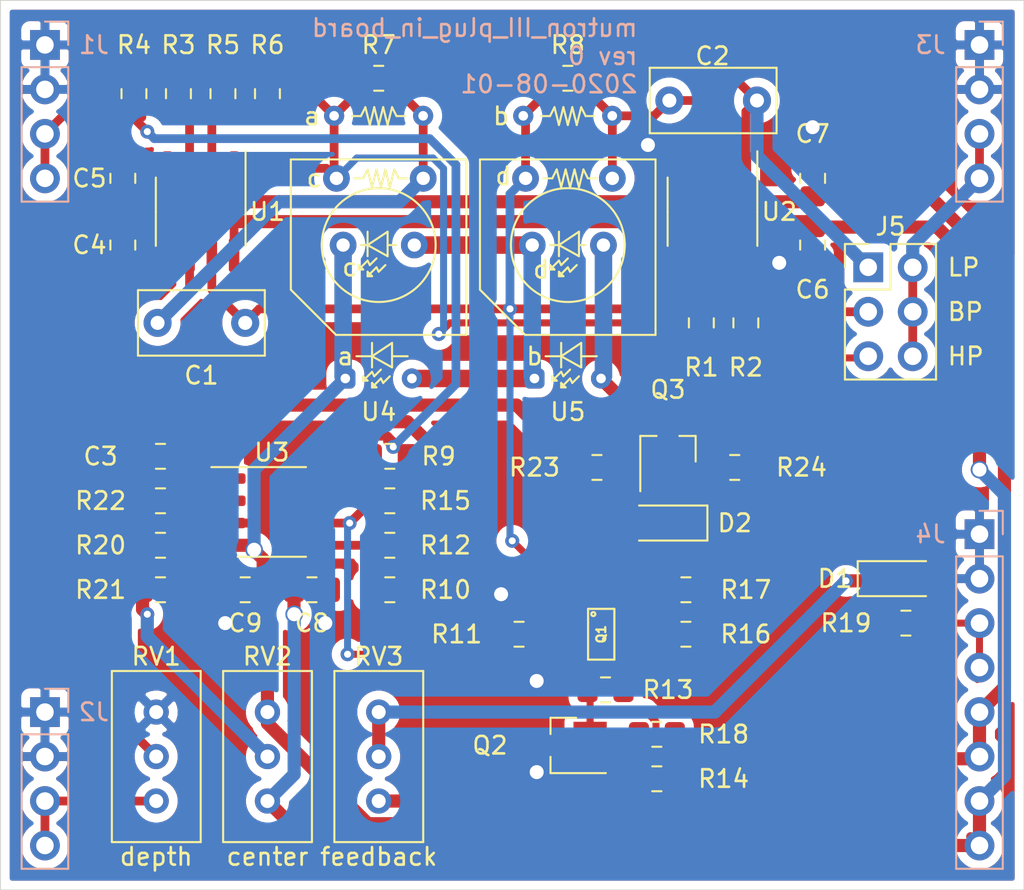
<source format=kicad_pcb>
(kicad_pcb (version 20171130) (host pcbnew 5.1.6-c6e7f7d~87~ubuntu18.04.1)
  (layers (0 F.Cu signal hide) (31 B.Cu signal hide) (34 B.Paste user) (35 F.Paste user) (36 B.SilkS user) (37 F.SilkS user) (38 B.Mask user) (39 F.Mask user) (44 Edge.Cuts user))
  (net 0 "")
  (net 1 "Net-(C1-Pad2)")
  (net 2 "Net-(C2-Pad2)")
  (net 3 GND)
  (net 4 +12V)
  (net 5 -12V)
  (net 6 "Net-(D1-Pad1)")
  (net 7 "Net-(D2-Pad1)")
  (net 8 "Net-(J3-Pad3)")
  (net 9 "Net-(Q2-Pad1)")
  (net 10 "Net-(Q2-Pad2)")
  (net 11 "Net-(R1-Pad2)")
  (net 12 "Net-(R3-Pad1)")
  (net 13 /feedback_VCA/band_pass_FB_in)
  (net 14 /filter_core/low_pass_out)
  (net 15 "Net-(C3-Pad2)")
  (net 16 "Net-(C3-Pad1)")
  (net 17 "Net-(D2-Pad2)")
  (net 18 /CV_scaler/raw_CV_in)
  (net 19 /filter_core/signal_v_in)
  (net 20 /feedback_VCA/feedback_CV_in)
  (net 21 "Net-(J5-Pad3)")
  (net 22 /filter_core/high_pass_out)
  (net 23 "Net-(Q1-Pad6)")
  (net 24 "Net-(Q1-Pad5)")
  (net 25 "Net-(Q1-Pad1)")
  (net 26 "Net-(Q1-Pad3)")
  (net 27 "Net-(Q1-Pad2)")
  (net 28 /filter_core/LED_I_in)
  (net 29 /feedback_VCA/band_pass_FB_out)
  (net 30 "Net-(R5-Pad2)")
  (net 31 "Net-(R20-Pad2)")
  (net 32 "Net-(R21-Pad2)")
  (net 33 "Net-(U4-Pad2)")
  (module mutron_III_plug_in_board:vactrol_dual_footprint (layer F.Cu) (at 121.285 72.39 90)
    (fp_text reference U4 (at -1.905 1.905 180) (layer F.SilkS))
    (fp_text value vactrol)
    (pad 4 thru_hole circle (at 11.43 4.445 90) (size 1.524 1.524) (drill 0.762) (layers *.Cu *.Mask) (net 1 "Net-(C1-Pad2)"))
    (pad 3 thru_hole circle (at 11.43 -0.508 90) (size 1.524 1.524) (drill 0.762) (layers *.Cu *.Mask) (net 22 /filter_core/high_pass_out))
    (pad 2 thru_hole circle (at 7.62 3.937 90) (size 1.524 1.524) (drill 0.762) (layers *.Cu *.Mask) (net 33 "Net-(U4-Pad2)"))
    (pad 1 thru_hole circle (at 7.62 -0.127 90) (size 1.524 1.524) (drill 0.762) (layers *.Cu *.Mask) (net 5 -12V))
    (pad 2 thru_hole circle (at 0 3.8 90) (size 1.15 1.15) (drill 0.55) (layers *.Cu *.Mask) (net 33 "Net-(U4-Pad2)"))
    (pad 4 thru_hole circle (at 15 4.44 90) (size 1.15 1.15) (drill 0.55) (layers *.Cu *.Mask) (net 1 "Net-(C1-Pad2)"))
    (pad 3 thru_hole circle (at 15 -0.64 90) (size 1.15 1.15) (drill 0.55) (layers *.Cu *.Mask) (net 22 /filter_core/high_pass_out))
    (pad 1 thru_hole roundrect (at 0 0 90) (size 1.15 1.15) (drill 0.55) (layers *.Cu *.Mask) (net 5 -12V))
  )
  (module mutron_III_plug_in_board:vactrol_dual_footprint (layer F.Cu) (at 132.08 72.39 90)
    (fp_text reference U5 (at -1.905 1.905 180) (layer F.SilkS))
    (fp_text value vactrol)
    (pad 4 thru_hole circle (at 11.43 4.445 90) (size 1.524 1.524) (drill 0.762) (layers *.Cu *.Mask) (net 2 "Net-(C2-Pad2)"))
    (pad 3 thru_hole circle (at 11.43 -0.508 90) (size 1.524 1.524) (drill 0.762) (layers *.Cu *.Mask) (net 13 /feedback_VCA/band_pass_FB_in))
    (pad 2 thru_hole circle (at 7.62 3.937 90) (size 1.524 1.524) (drill 0.762) (layers *.Cu *.Mask) (net 28 /filter_core/LED_I_in))
    (pad 1 thru_hole circle (at 7.62 -0.127 90) (size 1.524 1.524) (drill 0.762) (layers *.Cu *.Mask) (net 33 "Net-(U4-Pad2)"))
    (pad 2 thru_hole circle (at 0 3.8 90) (size 1.15 1.15) (drill 0.55) (layers *.Cu *.Mask) (net 28 /filter_core/LED_I_in))
    (pad 4 thru_hole circle (at 15 4.44 90) (size 1.15 1.15) (drill 0.55) (layers *.Cu *.Mask) (net 2 "Net-(C2-Pad2)"))
    (pad 3 thru_hole circle (at 15 -0.64 90) (size 1.15 1.15) (drill 0.55) (layers *.Cu *.Mask) (net 13 /feedback_VCA/band_pass_FB_in))
    (pad 1 thru_hole roundrect (at 0 0 90) (size 1.15 1.15) (drill 0.55) (layers *.Cu *.Mask) (net 33 "Net-(U4-Pad2)"))
  )
  (module Package_SO:SOIC-8_3.9x4.9mm_P1.27mm (layer F.Cu) (at 117.09 80.01)
    (fp_text reference U3 (at 0 -3.4) (layer F.SilkS))
    (fp_text value TL072)
    (pad 8 smd roundrect (at 2.475 -1.905) (size 1.95 0.6) (layers F.Cu F.Paste F.Mask) (net 4 +12V))
    (pad 7 smd roundrect (at 2.475 -0.635) (size 1.95 0.6) (layers F.Cu F.Paste F.Mask) (net 29 /feedback_VCA/band_pass_FB_out))
    (pad 6 smd roundrect (at 2.475 0.635) (size 1.95 0.6) (layers F.Cu F.Paste F.Mask) (net 26 "Net-(Q1-Pad3)"))
    (pad 5 smd roundrect (at 2.475 1.905) (size 1.95 0.6) (layers F.Cu F.Paste F.Mask) (net 23 "Net-(Q1-Pad6)"))
    (pad 4 smd roundrect (at -2.475 1.905) (size 1.95 0.6) (layers F.Cu F.Paste F.Mask) (net 5 -12V))
    (pad 3 smd roundrect (at -2.475 0.635) (size 1.95 0.6) (layers F.Cu F.Paste F.Mask) (net 3 GND))
    (pad 2 smd roundrect (at -2.475 -0.635) (size 1.95 0.6) (layers F.Cu F.Paste F.Mask) (net 15 "Net-(C3-Pad2)"))
    (pad 1 smd roundrect (at -2.475 -1.905) (size 1.95 0.6) (layers F.Cu F.Paste F.Mask) (net 16 "Net-(C3-Pad1)"))
  )
  (module Package_SO:SOIC-8_3.9x4.9mm_P1.27mm (layer F.Cu) (at 142.24 62.865 270)
    (fp_text reference U2 (at 0 -3.81 180) (layer F.SilkS))
    (fp_text value RC4558)
    (pad 8 smd roundrect (at 2.475 -1.905 270) (size 1.95 0.6) (layers F.Cu F.Paste F.Mask) (net 4 +12V))
    (pad 7 smd roundrect (at 2.475 -0.635 270) (size 1.95 0.6) (layers F.Cu F.Paste F.Mask) (net 21 "Net-(J5-Pad3)"))
    (pad 6 smd roundrect (at 2.475 0.635 270) (size 1.95 0.6) (layers F.Cu F.Paste F.Mask) (net 11 "Net-(R1-Pad2)"))
    (pad 5 smd roundrect (at 2.475 1.905 270) (size 1.95 0.6) (layers F.Cu F.Paste F.Mask) (net 13 /feedback_VCA/band_pass_FB_in))
    (pad 4 smd roundrect (at -2.475 1.905 270) (size 1.95 0.6) (layers F.Cu F.Paste F.Mask) (net 5 -12V))
    (pad 3 smd roundrect (at -2.475 0.635 270) (size 1.95 0.6) (layers F.Cu F.Paste F.Mask) (net 3 GND))
    (pad 2 smd roundrect (at -2.475 -0.635 270) (size 1.95 0.6) (layers F.Cu F.Paste F.Mask) (net 2 "Net-(C2-Pad2)"))
    (pad 1 smd roundrect (at -2.475 -1.905 270) (size 1.95 0.6) (layers F.Cu F.Paste F.Mask) (net 14 /filter_core/low_pass_out))
  )
  (module Package_SO:SOIC-8_3.9x4.9mm_P1.27mm (layer F.Cu) (at 113.03 62.865 270)
    (fp_text reference U1 (at 0 -3.81 180) (layer F.SilkS))
    (fp_text value RC4558)
    (pad 8 smd roundrect (at 2.475 -1.905 270) (size 1.95 0.6) (layers F.Cu F.Paste F.Mask) (net 4 +12V))
    (pad 7 smd roundrect (at 2.475 -0.635 270) (size 1.95 0.6) (layers F.Cu F.Paste F.Mask) (net 13 /feedback_VCA/band_pass_FB_in))
    (pad 6 smd roundrect (at 2.475 0.635 270) (size 1.95 0.6) (layers F.Cu F.Paste F.Mask) (net 1 "Net-(C1-Pad2)"))
    (pad 5 smd roundrect (at 2.475 1.905 270) (size 1.95 0.6) (layers F.Cu F.Paste F.Mask) (net 3 GND))
    (pad 4 smd roundrect (at -2.475 1.905 270) (size 1.95 0.6) (layers F.Cu F.Paste F.Mask) (net 5 -12V))
    (pad 3 smd roundrect (at -2.475 0.635 270) (size 1.95 0.6) (layers F.Cu F.Paste F.Mask) (net 12 "Net-(R3-Pad1)"))
    (pad 2 smd roundrect (at -2.475 -0.635 270) (size 1.95 0.6) (layers F.Cu F.Paste F.Mask) (net 30 "Net-(R5-Pad2)"))
    (pad 1 smd roundrect (at -2.475 -1.905 270) (size 1.95 0.6) (layers F.Cu F.Paste F.Mask) (net 22 /filter_core/high_pass_out))
  )
  (module Potentiometer_THT:Potentiometer_Bourns_3296W_Vertical (layer F.Cu) (at 116.84 91.44 90)
    (fp_text reference RV2 (at 3.175 0 180) (layer F.SilkS))
    (fp_text value 100k)
    (pad 3 thru_hole circle (at -5.08 0 90) (size 1.44 1.44) (drill 0.8) (layers *.Cu *.Mask) (net 4 +12V))
    (pad 2 thru_hole circle (at -2.54 0 90) (size 1.44 1.44) (drill 0.8) (layers *.Cu *.Mask) (net 32 "Net-(R21-Pad2)"))
    (pad 1 thru_hole circle (at 0 0 90) (size 1.44 1.44) (drill 0.8) (layers *.Cu *.Mask) (net 5 -12V))
  )
  (module Potentiometer_THT:Potentiometer_Bourns_3296W_Vertical (layer F.Cu) (at 110.49 91.44 90)
    (fp_text reference RV1 (at 3.175 0 180) (layer F.SilkS))
    (fp_text value 10k)
    (pad 3 thru_hole circle (at -5.08 0 90) (size 1.44 1.44) (drill 0.8) (layers *.Cu *.Mask) (net 18 /CV_scaler/raw_CV_in))
    (pad 2 thru_hole circle (at -2.54 0 90) (size 1.44 1.44) (drill 0.8) (layers *.Cu *.Mask) (net 31 "Net-(R20-Pad2)"))
    (pad 1 thru_hole circle (at 0 0 90) (size 1.44 1.44) (drill 0.8) (layers *.Cu *.Mask) (net 3 GND))
  )
  (module Potentiometer_THT:Potentiometer_Bourns_3296W_Vertical (layer F.Cu) (at 123.19 91.44 90)
    (fp_text reference RV3 (at 3.175 0 180) (layer F.SilkS))
    (fp_text value 100k)
    (pad 3 thru_hole circle (at -5.08 0 90) (size 1.44 1.44) (drill 0.8) (layers *.Cu *.Mask) (net 9 "Net-(Q2-Pad1)"))
    (pad 2 thru_hole circle (at -2.54 0 90) (size 1.44 1.44) (drill 0.8) (layers *.Cu *.Mask) (net 6 "Net-(D1-Pad1)"))
    (pad 1 thru_hole circle (at 0 0 90) (size 1.44 1.44) (drill 0.8) (layers *.Cu *.Mask) (net 6 "Net-(D1-Pad1)"))
  )
  (module Resistor_SMD:R_0805_2012Metric_Pad1.15x1.40mm_HandSolder (layer F.Cu) (at 143.51 77.47 180)
    (fp_text reference R24 (at -3.81 0) (layer F.SilkS))
    (fp_text value 100)
    (pad 2 smd roundrect (at 1.025 0 180) (size 1.15 1.4) (layers F.Cu F.Paste F.Mask) (roundrect_rratio 0.217391) (net 7 "Net-(D2-Pad1)"))
    (pad 1 smd roundrect (at -1.025 0 180) (size 1.15 1.4) (layers F.Cu F.Paste F.Mask) (roundrect_rratio 0.217391) (net 3 GND))
  )
  (module Resistor_SMD:R_0805_2012Metric_Pad1.15x1.40mm_HandSolder (layer F.Cu) (at 135.645 77.47 180)
    (fp_text reference R23 (at 3.565 0) (layer F.SilkS))
    (fp_text value 10k)
    (pad 2 smd roundrect (at 1.025 0 180) (size 1.15 1.4) (layers F.Cu F.Paste F.Mask) (roundrect_rratio 0.217391) (net 16 "Net-(C3-Pad1)"))
    (pad 1 smd roundrect (at -1.025 0 180) (size 1.15 1.4) (layers F.Cu F.Paste F.Mask) (roundrect_rratio 0.217391) (net 17 "Net-(D2-Pad2)"))
  )
  (module Resistor_SMD:R_0805_2012Metric_Pad1.15x1.40mm_HandSolder (layer F.Cu) (at 110.735 79.375)
    (fp_text reference R22 (at -3.42 0) (layer F.SilkS))
    (fp_text value 100k)
    (pad 2 smd roundrect (at 1.025 0) (size 1.15 1.4) (layers F.Cu F.Paste F.Mask) (roundrect_rratio 0.217391) (net 15 "Net-(C3-Pad2)"))
    (pad 1 smd roundrect (at -1.025 0) (size 1.15 1.4) (layers F.Cu F.Paste F.Mask) (roundrect_rratio 0.217391) (net 16 "Net-(C3-Pad1)"))
  )
  (module Resistor_SMD:R_0805_2012Metric_Pad1.15x1.40mm_HandSolder (layer F.Cu) (at 110.735 84.455 180)
    (fp_text reference R21 (at 3.42 0) (layer F.SilkS))
    (fp_text value 1M)
    (pad 2 smd roundrect (at 1.025 0 180) (size 1.15 1.4) (layers F.Cu F.Paste F.Mask) (roundrect_rratio 0.217391) (net 32 "Net-(R21-Pad2)"))
    (pad 1 smd roundrect (at -1.025 0 180) (size 1.15 1.4) (layers F.Cu F.Paste F.Mask) (roundrect_rratio 0.217391) (net 15 "Net-(C3-Pad2)"))
  )
  (module Resistor_SMD:R_0805_2012Metric_Pad1.15x1.40mm_HandSolder (layer F.Cu) (at 110.735 81.915 180)
    (fp_text reference R20 (at 3.42 0) (layer F.SilkS))
    (fp_text value 100k)
    (pad 2 smd roundrect (at 1.025 0 180) (size 1.15 1.4) (layers F.Cu F.Paste F.Mask) (roundrect_rratio 0.217391) (net 31 "Net-(R20-Pad2)"))
    (pad 1 smd roundrect (at -1.025 0 180) (size 1.15 1.4) (layers F.Cu F.Paste F.Mask) (roundrect_rratio 0.217391) (net 15 "Net-(C3-Pad2)"))
  )
  (module Resistor_SMD:R_0805_2012Metric_Pad1.15x1.40mm_HandSolder (layer F.Cu) (at 153.28 86.36 180)
    (fp_text reference R19 (at 3.42 0) (layer F.SilkS))
    (fp_text value 7k5)
    (pad 2 smd roundrect (at 1.025 0 180) (size 1.15 1.4) (layers F.Cu F.Paste F.Mask) (roundrect_rratio 0.217391) (net 6 "Net-(D1-Pad1)"))
    (pad 1 smd roundrect (at -1.025 0 180) (size 1.15 1.4) (layers F.Cu F.Paste F.Mask) (roundrect_rratio 0.217391) (net 20 /feedback_VCA/feedback_CV_in))
  )
  (module Resistor_SMD:R_0805_2012Metric_Pad1.15x1.40mm_HandSolder (layer F.Cu) (at 139.065 92.71)
    (fp_text reference R18 (at 3.81 0) (layer F.SilkS))
    (fp_text value 220k)
    (pad 2 smd roundrect (at 1.025 0) (size 1.15 1.4) (layers F.Cu F.Paste F.Mask) (roundrect_rratio 0.217391) (net 5 -12V))
    (pad 1 smd roundrect (at -1.025 0) (size 1.15 1.4) (layers F.Cu F.Paste F.Mask) (roundrect_rratio 0.217391) (net 9 "Net-(Q2-Pad1)"))
  )
  (module Resistor_SMD:R_0805_2012Metric_Pad1.15x1.40mm_HandSolder (layer F.Cu) (at 140.725 84.455)
    (fp_text reference R17 (at 3.42 0) (layer F.SilkS))
    (fp_text value 33k)
    (pad 2 smd roundrect (at 1.025 0) (size 1.15 1.4) (layers F.Cu F.Paste F.Mask) (roundrect_rratio 0.217391) (net 13 /feedback_VCA/band_pass_FB_in))
    (pad 1 smd roundrect (at -1.025 0) (size 1.15 1.4) (layers F.Cu F.Paste F.Mask) (roundrect_rratio 0.217391) (net 24 "Net-(Q1-Pad5)"))
  )
  (module Resistor_SMD:R_0805_2012Metric_Pad1.15x1.40mm_HandSolder (layer F.Cu) (at 140.725 86.995 180)
    (fp_text reference R16 (at -3.42 0) (layer F.SilkS))
    (fp_text value 220)
    (pad 2 smd roundrect (at 1.025 0 180) (size 1.15 1.4) (layers F.Cu F.Paste F.Mask) (roundrect_rratio 0.217391) (net 24 "Net-(Q1-Pad5)"))
    (pad 1 smd roundrect (at -1.025 0 180) (size 1.15 1.4) (layers F.Cu F.Paste F.Mask) (roundrect_rratio 0.217391) (net 3 GND))
  )
  (module Resistor_SMD:R_0805_2012Metric_Pad1.15x1.40mm_HandSolder (layer F.Cu) (at 123.825 79.375)
    (fp_text reference R15 (at 3.175 0) (layer F.SilkS))
    (fp_text value 47k)
    (pad 2 smd roundrect (at 1.025 0) (size 1.15 1.4) (layers F.Cu F.Paste F.Mask) (roundrect_rratio 0.217391) (net 4 +12V))
    (pad 1 smd roundrect (at -1.025 0) (size 1.15 1.4) (layers F.Cu F.Paste F.Mask) (roundrect_rratio 0.217391) (net 26 "Net-(Q1-Pad3)"))
  )
  (module Resistor_SMD:R_0805_2012Metric_Pad1.15x1.40mm_HandSolder (layer F.Cu) (at 139.065 95.25 180)
    (fp_text reference R14 (at -3.81 0) (layer F.SilkS))
    (fp_text value 15k)
    (pad 2 smd roundrect (at 1.025 0 180) (size 1.15 1.4) (layers F.Cu F.Paste F.Mask) (roundrect_rratio 0.217391) (net 10 "Net-(Q2-Pad2)"))
    (pad 1 smd roundrect (at -1.025 0 180) (size 1.15 1.4) (layers F.Cu F.Paste F.Mask) (roundrect_rratio 0.217391) (net 5 -12V))
  )
  (module Resistor_SMD:R_0805_2012Metric_Pad1.15x1.40mm_HandSolder (layer F.Cu) (at 136.135 90.17)
    (fp_text reference R13 (at 3.565 0) (layer F.SilkS))
    (fp_text value 15k)
    (pad 2 smd roundrect (at 1.025 0) (size 1.15 1.4) (layers F.Cu F.Paste F.Mask) (roundrect_rratio 0.217391) (net 25 "Net-(Q1-Pad1)"))
    (pad 1 smd roundrect (at -1.025 0) (size 1.15 1.4) (layers F.Cu F.Paste F.Mask) (roundrect_rratio 0.217391) (net 10 "Net-(Q2-Pad2)"))
  )
  (module Resistor_SMD:R_0805_2012Metric_Pad1.15x1.40mm_HandSolder (layer F.Cu) (at 123.825 81.915)
    (fp_text reference R12 (at 3.175 0) (layer F.SilkS))
    (fp_text value 47k)
    (pad 2 smd roundrect (at 1.025 0) (size 1.15 1.4) (layers F.Cu F.Paste F.Mask) (roundrect_rratio 0.217391) (net 4 +12V))
    (pad 1 smd roundrect (at -1.025 0) (size 1.15 1.4) (layers F.Cu F.Paste F.Mask) (roundrect_rratio 0.217391) (net 23 "Net-(Q1-Pad6)"))
  )
  (module Resistor_SMD:R_0805_2012Metric_Pad1.15x1.40mm_HandSolder (layer F.Cu) (at 131.2 86.995)
    (fp_text reference R11 (at -3.565 0) (layer F.SilkS))
    (fp_text value 220)
    (pad 2 smd roundrect (at 1.025 0) (size 1.15 1.4) (layers F.Cu F.Paste F.Mask) (roundrect_rratio 0.217391) (net 27 "Net-(Q1-Pad2)"))
    (pad 1 smd roundrect (at -1.025 0) (size 1.15 1.4) (layers F.Cu F.Paste F.Mask) (roundrect_rratio 0.217391) (net 3 GND))
  )
  (module Resistor_SMD:R_0805_2012Metric_Pad1.15x1.40mm_HandSolder (layer F.Cu) (at 123.825 84.455 180)
    (fp_text reference R10 (at -3.175 0) (layer F.SilkS))
    (fp_text value 220k)
    (pad 2 smd roundrect (at 1.025 0 180) (size 1.15 1.4) (layers F.Cu F.Paste F.Mask) (roundrect_rratio 0.217391) (net 23 "Net-(Q1-Pad6)"))
    (pad 1 smd roundrect (at -1.025 0 180) (size 1.15 1.4) (layers F.Cu F.Paste F.Mask) (roundrect_rratio 0.217391) (net 3 GND))
  )
  (module Resistor_SMD:R_0805_2012Metric_Pad1.15x1.40mm_HandSolder (layer F.Cu) (at 123.825 76.835 180)
    (fp_text reference R9 (at -2.785 0) (layer F.SilkS))
    (fp_text value 220k)
    (pad 2 smd roundrect (at 1.025 0 180) (size 1.15 1.4) (layers F.Cu F.Paste F.Mask) (roundrect_rratio 0.217391) (net 26 "Net-(Q1-Pad3)"))
    (pad 1 smd roundrect (at -1.025 0 180) (size 1.15 1.4) (layers F.Cu F.Paste F.Mask) (roundrect_rratio 0.217391) (net 29 /feedback_VCA/band_pass_FB_out))
  )
  (module Resistor_SMD:R_0805_2012Metric_Pad1.15x1.40mm_HandSolder (layer F.Cu) (at 133.985 55.245 180)
    (fp_text reference R8 (at 0 1.905) (layer F.SilkS))
    (fp_text value 680k)
    (pad 2 smd roundrect (at 1.025 0 180) (size 1.15 1.4) (layers F.Cu F.Paste F.Mask) (roundrect_rratio 0.217391) (net 13 /feedback_VCA/band_pass_FB_in))
    (pad 1 smd roundrect (at -1.025 0 180) (size 1.15 1.4) (layers F.Cu F.Paste F.Mask) (roundrect_rratio 0.217391) (net 2 "Net-(C2-Pad2)"))
  )
  (module Resistor_SMD:R_0805_2012Metric_Pad1.15x1.40mm_HandSolder (layer F.Cu) (at 123.19 55.245 180)
    (fp_text reference R7 (at 0 1.905) (layer F.SilkS))
    (fp_text value 680k)
    (pad 2 smd roundrect (at 1.025 0 180) (size 1.15 1.4) (layers F.Cu F.Paste F.Mask) (roundrect_rratio 0.217391) (net 22 /filter_core/high_pass_out))
    (pad 1 smd roundrect (at -1.025 0 180) (size 1.15 1.4) (layers F.Cu F.Paste F.Mask) (roundrect_rratio 0.217391) (net 1 "Net-(C1-Pad2)"))
  )
  (module Resistor_SMD:R_0805_2012Metric_Pad1.15x1.40mm_HandSolder (layer F.Cu) (at 116.84 56.125 270)
    (fp_text reference R6 (at -2.785 0 180) (layer F.SilkS))
    (fp_text value 22k)
    (pad 2 smd roundrect (at 1.025 0 270) (size 1.15 1.4) (layers F.Cu F.Paste F.Mask) (roundrect_rratio 0.217391) (net 30 "Net-(R5-Pad2)"))
    (pad 1 smd roundrect (at -1.025 0 270) (size 1.15 1.4) (layers F.Cu F.Paste F.Mask) (roundrect_rratio 0.217391) (net 22 /filter_core/high_pass_out))
  )
  (module Resistor_SMD:R_0805_2012Metric_Pad1.15x1.40mm_HandSolder (layer F.Cu) (at 114.3 56.125 270)
    (fp_text reference R5 (at -2.785 0 180) (layer F.SilkS))
    (fp_text value 22k)
    (pad 2 smd roundrect (at 1.025 0 270) (size 1.15 1.4) (layers F.Cu F.Paste F.Mask) (roundrect_rratio 0.217391) (net 30 "Net-(R5-Pad2)"))
    (pad 1 smd roundrect (at -1.025 0 270) (size 1.15 1.4) (layers F.Cu F.Paste F.Mask) (roundrect_rratio 0.217391) (net 14 /filter_core/low_pass_out))
  )
  (module Resistor_SMD:R_0805_2012Metric_Pad1.15x1.40mm_HandSolder (layer F.Cu) (at 109.22 56.125 270)
    (fp_text reference R4 (at -2.785 0 180) (layer F.SilkS))
    (fp_text value 10k)
    (pad 2 smd roundrect (at 1.025 0 270) (size 1.15 1.4) (layers F.Cu F.Paste F.Mask) (roundrect_rratio 0.217391) (net 29 /feedback_VCA/band_pass_FB_out))
    (pad 1 smd roundrect (at -1.025 0 270) (size 1.15 1.4) (layers F.Cu F.Paste F.Mask) (roundrect_rratio 0.217391) (net 12 "Net-(R3-Pad1)"))
  )
  (module Resistor_SMD:R_0805_2012Metric_Pad1.15x1.40mm_HandSolder (layer F.Cu) (at 111.76 56.125 90)
    (fp_text reference R3 (at 2.785 0 180) (layer F.SilkS))
    (fp_text value 10k)
    (pad 2 smd roundrect (at 1.025 0 90) (size 1.15 1.4) (layers F.Cu F.Paste F.Mask) (roundrect_rratio 0.217391) (net 19 /filter_core/signal_v_in))
    (pad 1 smd roundrect (at -1.025 0 90) (size 1.15 1.4) (layers F.Cu F.Paste F.Mask) (roundrect_rratio 0.217391) (net 12 "Net-(R3-Pad1)"))
  )
  (module Resistor_SMD:R_0805_2012Metric_Pad1.15x1.40mm_HandSolder (layer F.Cu) (at 144.145 69.215 90)
    (fp_text reference R2 (at -2.54 0 180) (layer F.SilkS))
    (fp_text value 100k)
    (pad 2 smd roundrect (at 1.025 0 90) (size 1.15 1.4) (layers F.Cu F.Paste F.Mask) (roundrect_rratio 0.217391) (net 11 "Net-(R1-Pad2)"))
    (pad 1 smd roundrect (at -1.025 0 90) (size 1.15 1.4) (layers F.Cu F.Paste F.Mask) (roundrect_rratio 0.217391) (net 21 "Net-(J5-Pad3)"))
  )
  (module Resistor_SMD:R_0805_2012Metric_Pad1.15x1.40mm_HandSolder (layer F.Cu) (at 141.605 69.215 90)
    (fp_text reference R1 (at -2.54 0 180) (layer F.SilkS))
    (fp_text value 51k)
    (pad 2 smd roundrect (at 1.025 0 90) (size 1.15 1.4) (layers F.Cu F.Paste F.Mask) (roundrect_rratio 0.217391) (net 11 "Net-(R1-Pad2)"))
    (pad 1 smd roundrect (at -1.025 0 90) (size 1.15 1.4) (layers F.Cu F.Paste F.Mask) (roundrect_rratio 0.217391) (net 3 GND))
  )
  (module Package_TO_SOT_SMD:SOT-23_Handsoldering (layer F.Cu) (at 139.7 76.43 90)
    (fp_text reference Q3 (at 3.405 0 180) (layer F.SilkS))
    (fp_text value MMBT3906)
    (pad 3 smd rect (at 1.5 0 90) (size 1.9 0.8) (layers F.Cu F.Paste F.Mask) (net 28 /filter_core/LED_I_in))
    (pad 2 smd rect (at -1.5 0.95 90) (size 1.9 0.8) (layers F.Cu F.Paste F.Mask) (net 7 "Net-(D2-Pad1)"))
    (pad 1 smd rect (at -1.5 -0.95 90) (size 1.9 0.8) (layers F.Cu F.Paste F.Mask) (net 17 "Net-(D2-Pad2)"))
  )
  (module Package_TO_SOT_SMD:SOT-23_Handsoldering (layer F.Cu) (at 133.755 93.345 180)
    (fp_text reference Q2 (at 4.215 0) (layer F.SilkS))
    (fp_text value MMBT3904)
    (pad 3 smd rect (at 1.5 0 180) (size 1.9 0.8) (layers F.Cu F.Paste F.Mask) (net 3 GND))
    (pad 2 smd rect (at -1.5 0.95 180) (size 1.9 0.8) (layers F.Cu F.Paste F.Mask) (net 10 "Net-(Q2-Pad2)"))
    (pad 1 smd rect (at -1.5 -0.95 180) (size 1.9 0.8) (layers F.Cu F.Paste F.Mask) (net 9 "Net-(Q2-Pad1)"))
  )
  (module mutron_III_plug_in_board:SOT457 (layer F.Cu) (at 135.89 86.995 270)
    (fp_text reference Q1 (at 0 0 90) (layer F.SilkS) (effects (font (size 0.508 0.508) (thickness 0.127))))
    (fp_text value BCM847 hide)
    (pad 6 smd rect (at -0.95 -1.45 270) (size 0.55 1.5) (layers F.Cu F.Paste F.Mask) (net 23 "Net-(Q1-Pad6)"))
    (pad 5 smd rect (at 0 -1.45 270) (size 0.55 1.5) (layers F.Cu F.Paste F.Mask) (net 24 "Net-(Q1-Pad5)"))
    (pad 4 smd rect (at 0.95 -1.45 270) (size 0.55 1.5) (layers F.Cu F.Paste F.Mask) (net 25 "Net-(Q1-Pad1)"))
    (pad 3 smd rect (at 0.95 1.45 270) (size 0.55 1.5) (layers F.Cu F.Paste F.Mask) (net 26 "Net-(Q1-Pad3)"))
    (pad 2 smd rect (at 0 1.45 270) (size 0.55 1.5) (layers F.Cu F.Paste F.Mask) (net 27 "Net-(Q1-Pad2)"))
    (pad 1 smd rect (at -0.95 1.45 270) (size 0.55 1.5) (layers F.Cu F.Paste F.Mask) (net 25 "Net-(Q1-Pad1)"))
  )
  (module Connector_PinHeader_2.54mm:PinHeader_2x03_P2.54mm_Vertical (layer F.Cu) (at 151.13 66.04)
    (fp_text reference J5 (at 1.27 -2.33) (layer F.SilkS))
    (fp_text value mode_select_jumper)
    (pad 6 thru_hole oval (at 2.54 5.08) (size 1.7 1.7) (drill 1) (layers *.Cu *.Mask) (net 8 "Net-(J3-Pad3)"))
    (pad 5 thru_hole oval (at 0 5.08) (size 1.7 1.7) (drill 1) (layers *.Cu *.Mask) (net 22 /filter_core/high_pass_out))
    (pad 4 thru_hole oval (at 2.54 2.54) (size 1.7 1.7) (drill 1) (layers *.Cu *.Mask) (net 8 "Net-(J3-Pad3)"))
    (pad 3 thru_hole oval (at 0 2.54) (size 1.7 1.7) (drill 1) (layers *.Cu *.Mask) (net 21 "Net-(J5-Pad3)"))
    (pad 2 thru_hole oval (at 2.54 0) (size 1.7 1.7) (drill 1) (layers *.Cu *.Mask) (net 8 "Net-(J3-Pad3)"))
    (pad 1 thru_hole rect (at 0 0) (size 1.7 1.7) (drill 1) (layers *.Cu *.Mask) (net 14 /filter_core/low_pass_out))
  )
  (module Diode_SMD:D_SOD-123 (layer F.Cu) (at 139.7 80.645 180)
    (fp_text reference D2 (at -3.81 0) (layer F.SilkS))
    (fp_text value 1N914)
    (pad 2 smd rect (at 1.65 0 180) (size 0.9 1.2) (layers F.Cu F.Paste F.Mask) (net 17 "Net-(D2-Pad2)"))
    (pad 1 smd rect (at -1.65 0 180) (size 0.9 1.2) (layers F.Cu F.Paste F.Mask) (net 7 "Net-(D2-Pad1)"))
  )
  (module Diode_SMD:D_SOD-123 (layer F.Cu) (at 152.78 83.82)
    (fp_text reference D1 (at -3.555 0) (layer F.SilkS))
    (fp_text value 1N5225B)
    (pad 2 smd rect (at 1.65 0) (size 0.9 1.2) (layers F.Cu F.Paste F.Mask) (net 3 GND))
    (pad 1 smd rect (at -1.65 0) (size 0.9 1.2) (layers F.Cu F.Paste F.Mask) (net 6 "Net-(D1-Pad1)"))
  )
  (module Capacitor_SMD:C_0805_2012Metric_Pad1.15x1.40mm_HandSolder (layer F.Cu) (at 115.57 84.455)
    (fp_text reference C9 (at 0 1.905) (layer F.SilkS))
    (fp_text value 100nF)
    (pad 2 smd roundrect (at 1.025 0) (size 1.15 1.4) (layers F.Cu F.Paste F.Mask) (roundrect_rratio 0.217391) (net 5 -12V))
    (pad 1 smd roundrect (at -1.025 0) (size 1.15 1.4) (layers F.Cu F.Paste F.Mask) (roundrect_rratio 0.217391) (net 3 GND))
  )
  (module Capacitor_SMD:C_0805_2012Metric_Pad1.15x1.40mm_HandSolder (layer F.Cu) (at 119.38 84.455)
    (fp_text reference C8 (at 0 1.905) (layer F.SilkS))
    (fp_text value 100nF)
    (pad 2 smd roundrect (at 1.025 0) (size 1.15 1.4) (layers F.Cu F.Paste F.Mask) (roundrect_rratio 0.217391) (net 3 GND))
    (pad 1 smd roundrect (at -1.025 0) (size 1.15 1.4) (layers F.Cu F.Paste F.Mask) (roundrect_rratio 0.217391) (net 4 +12V))
  )
  (module Capacitor_SMD:C_0805_2012Metric_Pad1.15x1.40mm_HandSolder (layer F.Cu) (at 147.955 60.96 270)
    (fp_text reference C7 (at -2.54 0 180) (layer F.SilkS))
    (fp_text value 100nF)
    (pad 2 smd roundrect (at 1.025 0 270) (size 1.15 1.4) (layers F.Cu F.Paste F.Mask) (roundrect_rratio 0.217391) (net 5 -12V))
    (pad 1 smd roundrect (at -1.025 0 270) (size 1.15 1.4) (layers F.Cu F.Paste F.Mask) (roundrect_rratio 0.217391) (net 3 GND))
  )
  (module Capacitor_SMD:C_0805_2012Metric_Pad1.15x1.40mm_HandSolder (layer F.Cu) (at 147.955 64.77 270)
    (fp_text reference C6 (at 2.54 0 180) (layer F.SilkS))
    (fp_text value 100nF)
    (pad 2 smd roundrect (at 1.025 0 270) (size 1.15 1.4) (layers F.Cu F.Paste F.Mask) (roundrect_rratio 0.217391) (net 3 GND))
    (pad 1 smd roundrect (at -1.025 0 270) (size 1.15 1.4) (layers F.Cu F.Paste F.Mask) (roundrect_rratio 0.217391) (net 4 +12V))
  )
  (module Capacitor_SMD:C_0805_2012Metric_Pad1.15x1.40mm_HandSolder (layer F.Cu) (at 108.585 60.96 270)
    (fp_text reference C5 (at 0 1.905 180) (layer F.SilkS))
    (fp_text value 100nF)
    (pad 2 smd roundrect (at 1.025 0 270) (size 1.15 1.4) (layers F.Cu F.Paste F.Mask) (roundrect_rratio 0.217391) (net 5 -12V))
    (pad 1 smd roundrect (at -1.025 0 270) (size 1.15 1.4) (layers F.Cu F.Paste F.Mask) (roundrect_rratio 0.217391) (net 3 GND))
  )
  (module Capacitor_SMD:C_0805_2012Metric_Pad1.15x1.40mm_HandSolder (layer F.Cu) (at 108.585 64.77 270)
    (fp_text reference C4 (at 0 1.905 180) (layer F.SilkS))
    (fp_text value 100nF)
    (pad 2 smd roundrect (at 1.025 0 270) (size 1.15 1.4) (layers F.Cu F.Paste F.Mask) (roundrect_rratio 0.217391) (net 3 GND))
    (pad 1 smd roundrect (at -1.025 0 270) (size 1.15 1.4) (layers F.Cu F.Paste F.Mask) (roundrect_rratio 0.217391) (net 4 +12V))
  )
  (module Capacitor_SMD:C_0805_2012Metric_Pad1.15x1.40mm_HandSolder (layer F.Cu) (at 110.735 76.835)
    (fp_text reference C3 (at -3.42 0) (layer F.SilkS))
    (fp_text value 100pF)
    (pad 2 smd roundrect (at 1.025 0) (size 1.15 1.4) (layers F.Cu F.Paste F.Mask) (roundrect_rratio 0.217391) (net 15 "Net-(C3-Pad2)"))
    (pad 1 smd roundrect (at -1.025 0) (size 1.15 1.4) (layers F.Cu F.Paste F.Mask) (roundrect_rratio 0.217391) (net 16 "Net-(C3-Pad1)"))
  )
  (module Capacitor_THT:C_Rect_L7.0mm_W3.5mm_P5.00mm (layer F.Cu) (at 144.78 56.515 180)
    (fp_text reference C2 (at 2.54 2.54) (layer F.SilkS))
    (fp_text value 47nF)
    (pad 2 thru_hole circle (at 5 0 180) (size 1.6 1.6) (drill 0.8) (layers *.Cu *.Mask) (net 2 "Net-(C2-Pad2)"))
    (pad 1 thru_hole circle (at 0 0 180) (size 1.6 1.6) (drill 0.8) (layers *.Cu *.Mask) (net 14 /filter_core/low_pass_out))
  )
  (module Capacitor_THT:C_Rect_L7.0mm_W3.5mm_P5.00mm (layer F.Cu) (at 115.57 69.215 180)
    (fp_text reference C1 (at 2.5 -3) (layer F.SilkS))
    (fp_text value 47nF)
    (pad 2 thru_hole circle (at 5 0 180) (size 1.6 1.6) (drill 0.8) (layers *.Cu *.Mask) (net 1 "Net-(C1-Pad2)"))
    (pad 1 thru_hole circle (at 0 0 180) (size 1.6 1.6) (drill 0.8) (layers *.Cu *.Mask) (net 13 /feedback_VCA/band_pass_FB_in))
  )
  (module Connector_PinHeader_2.54mm:PinHeader_1x08_P2.54mm_Vertical (layer B.Cu) (at 157.48 81.28 180)
    (fp_text reference J4 (at 2.794 0) (layer B.SilkS) (effects (justify mirror)))
    (fp_text value feedback_CV_in_and_PS)
    (pad 8 thru_hole oval (at 0 -17.78 180) (size 1.7 1.7) (drill 1) (layers *.Cu *.Mask) (net 4 +12V))
    (pad 7 thru_hole oval (at 0 -15.24 180) (size 1.7 1.7) (drill 1) (layers *.Cu *.Mask) (net 4 +12V))
    (pad 6 thru_hole oval (at 0 -12.7 180) (size 1.7 1.7) (drill 1) (layers *.Cu *.Mask) (net 5 -12V))
    (pad 5 thru_hole oval (at 0 -10.16 180) (size 1.7 1.7) (drill 1) (layers *.Cu *.Mask) (net 5 -12V))
    (pad 4 thru_hole oval (at 0 -7.62 180) (size 1.7 1.7) (drill 1) (layers *.Cu *.Mask) (net 20 /feedback_VCA/feedback_CV_in))
    (pad 3 thru_hole oval (at 0 -5.08 180) (size 1.7 1.7) (drill 1) (layers *.Cu *.Mask) (net 20 /feedback_VCA/feedback_CV_in))
    (pad 2 thru_hole oval (at 0 -2.54 180) (size 1.7 1.7) (drill 1) (layers *.Cu *.Mask) (net 3 GND))
    (pad 1 thru_hole rect (at 0 0 180) (size 1.7 1.7) (drill 1) (layers *.Cu *.Mask) (net 3 GND))
  )
  (module Connector_PinHeader_2.54mm:PinHeader_1x04_P2.54mm_Vertical (layer B.Cu) (at 157.48 53.34 180)
    (fp_text reference J3 (at 2.794 0) (layer B.SilkS) (effects (justify mirror)))
    (fp_text value signal_out)
    (pad 4 thru_hole oval (at 0 -7.62 180) (size 1.7 1.7) (drill 1) (layers *.Cu *.Mask) (net 8 "Net-(J3-Pad3)"))
    (pad 3 thru_hole oval (at 0 -5.08 180) (size 1.7 1.7) (drill 1) (layers *.Cu *.Mask) (net 8 "Net-(J3-Pad3)"))
    (pad 2 thru_hole oval (at 0 -2.54 180) (size 1.7 1.7) (drill 1) (layers *.Cu *.Mask) (net 3 GND))
    (pad 1 thru_hole rect (at 0 0 180) (size 1.7 1.7) (drill 1) (layers *.Cu *.Mask) (net 3 GND))
  )
  (module Connector_PinHeader_2.54mm:PinHeader_1x04_P2.54mm_Vertical (layer B.Cu) (at 104.14 53.34 180)
    (fp_text reference J1 (at -2.794 0) (layer B.SilkS) (effects (justify mirror)))
    (fp_text value signal_in)
    (pad 4 thru_hole oval (at 0 -7.62 180) (size 1.7 1.7) (drill 1) (layers *.Cu *.Mask) (net 19 /filter_core/signal_v_in))
    (pad 3 thru_hole oval (at 0 -5.08 180) (size 1.7 1.7) (drill 1) (layers *.Cu *.Mask) (net 19 /filter_core/signal_v_in))
    (pad 2 thru_hole oval (at 0 -2.54 180) (size 1.7 1.7) (drill 1) (layers *.Cu *.Mask) (net 3 GND))
    (pad 1 thru_hole rect (at 0 0 180) (size 1.7 1.7) (drill 1) (layers *.Cu *.Mask) (net 3 GND))
  )
  (module Connector_PinHeader_2.54mm:PinHeader_1x04_P2.54mm_Vertical (layer B.Cu) (at 104.14 91.44 180)
    (fp_text reference J2 (at -2.794 0) (layer B.SilkS) (effects (justify mirror)))
    (fp_text value cutoff_CV_in)
    (pad 4 thru_hole oval (at 0 -7.62 180) (size 1.7 1.7) (drill 1) (layers *.Cu *.Mask) (net 18 /CV_scaler/raw_CV_in))
    (pad 3 thru_hole oval (at 0 -5.08 180) (size 1.7 1.7) (drill 1) (layers *.Cu *.Mask) (net 18 /CV_scaler/raw_CV_in))
    (pad 2 thru_hole oval (at 0 -2.54 180) (size 1.7 1.7) (drill 1) (layers *.Cu *.Mask) (net 3 GND))
    (pad 1 thru_hole rect (at 0 0 180) (size 1.7 1.7) (drill 1) (layers *.Cu *.Mask) (net 3 GND))
  )
  (gr_text d (at 132.461 66.167) (layer F.SilkS) (effects (font (size 1 1))))
  (gr_text c (at 121.539 66.04) (layer F.SilkS) (effects (font (size 1 1))))
  (gr_text d (at 130.302 60.833) (layer F.SilkS) (effects (font (size 1 1))))
  (gr_text c (at 119.507 60.96) (layer F.SilkS) (effects (font (size 1 1))))
  (gr_text b (at 132.08 71.12) (layer F.SilkS) (effects (font (size 1 1))))
  (gr_text a (at 121.285 71.12) (layer F.SilkS) (effects (font (size 1 1))))
  (gr_text b (at 130.175 57.404) (layer F.SilkS) (effects (font (size 1 1))))
  (gr_text a (at 119.38 57.404) (layer F.SilkS) (effects (font (size 1 1))))
  (gr_line (start 133.858 60.452) (end 134.112 61.468) (layer F.SilkS) (width 0.12))
  (gr_line (start 133.096 60.96) (end 133.35 60.452) (layer F.SilkS) (width 0.12))
  (gr_line (start 132.588 60.96) (end 133.096 60.96) (layer F.SilkS) (width 0.12))
  (gr_line (start 133.35 60.452) (end 133.604 61.468) (layer F.SilkS) (width 0.12))
  (gr_line (start 134.112 61.468) (end 134.366 60.452) (layer F.SilkS) (width 0.12))
  (gr_line (start 134.366 60.452) (end 134.62 61.468) (layer F.SilkS) (width 0.12))
  (gr_line (start 133.604 61.468) (end 133.858 60.452) (layer F.SilkS) (width 0.12))
  (gr_line (start 134.874 60.452) (end 135.128 60.96) (layer F.SilkS) (width 0.12))
  (gr_line (start 134.62 61.468) (end 134.874 60.452) (layer F.SilkS) (width 0.12))
  (gr_line (start 135.128 60.96) (end 135.636 60.96) (layer F.SilkS) (width 0.12))
  (gr_line (start 123.063 60.452) (end 123.317 61.468) (layer F.SilkS) (width 0.12))
  (gr_line (start 122.301 60.96) (end 122.555 60.452) (layer F.SilkS) (width 0.12))
  (gr_line (start 121.793 60.96) (end 122.301 60.96) (layer F.SilkS) (width 0.12))
  (gr_line (start 122.555 60.452) (end 122.809 61.468) (layer F.SilkS) (width 0.12))
  (gr_line (start 123.317 61.468) (end 123.571 60.452) (layer F.SilkS) (width 0.12))
  (gr_line (start 123.571 60.452) (end 123.825 61.468) (layer F.SilkS) (width 0.12))
  (gr_line (start 122.809 61.468) (end 123.063 60.452) (layer F.SilkS) (width 0.12))
  (gr_line (start 124.079 60.452) (end 124.333 60.96) (layer F.SilkS) (width 0.12))
  (gr_line (start 123.825 61.468) (end 124.079 60.452) (layer F.SilkS) (width 0.12))
  (gr_line (start 124.333 60.96) (end 124.841 60.96) (layer F.SilkS) (width 0.12))
  (gr_line (start 132.969 66.167) (end 132.969 65.913) (layer F.SilkS) (width 0.12))
  (gr_line (start 133.477 64.77) (end 134.62 65.405) (layer F.SilkS) (width 0.12))
  (gr_line (start 134.62 64.008) (end 133.477 64.77) (layer F.SilkS) (width 0.12))
  (gr_line (start 134.62 65.278) (end 134.62 64.008) (layer F.SilkS) (width 0.12))
  (gr_line (start 134.62 65.405) (end 134.62 65.278) (layer F.SilkS) (width 0.12))
  (gr_line (start 133.477 64.77) (end 132.969 64.77) (layer F.SilkS) (width 0.12))
  (gr_line (start 133.477 64.008) (end 133.477 65.405) (layer F.SilkS) (width 0.12))
  (gr_line (start 133.477 66.548) (end 133.477 66.294) (layer F.SilkS) (width 0.12))
  (gr_line (start 133.604 65.913) (end 133.985 65.532) (layer F.SilkS) (width 0.12))
  (gr_line (start 133.731 66.548) (end 133.477 66.548) (layer F.SilkS) (width 0.12))
  (gr_line (start 132.969 65.913) (end 133.223 66.167) (layer F.SilkS) (width 0.12))
  (gr_line (start 134.62 64.77) (end 135.001 64.77) (layer F.SilkS) (width 0.12))
  (gr_line (start 132.969 66.167) (end 133.477 65.659) (layer F.SilkS) (width 0.12))
  (gr_line (start 134.112 66.294) (end 134.493 65.913) (layer F.SilkS) (width 0.12))
  (gr_line (start 133.477 66.294) (end 133.731 66.548) (layer F.SilkS) (width 0.12))
  (gr_line (start 133.477 65.659) (end 133.604 65.913) (layer F.SilkS) (width 0.12))
  (gr_line (start 133.985 66.04) (end 134.112 66.294) (layer F.SilkS) (width 0.12))
  (gr_line (start 133.477 66.548) (end 133.985 66.04) (layer F.SilkS) (width 0.12))
  (gr_line (start 133.223 66.167) (end 132.969 66.167) (layer F.SilkS) (width 0.12))
  (gr_line (start 122.047 66.167) (end 122.047 65.913) (layer F.SilkS) (width 0.12))
  (gr_line (start 122.555 64.77) (end 123.698 65.405) (layer F.SilkS) (width 0.12))
  (gr_line (start 123.698 64.008) (end 122.555 64.77) (layer F.SilkS) (width 0.12))
  (gr_line (start 123.698 65.278) (end 123.698 64.008) (layer F.SilkS) (width 0.12))
  (gr_line (start 123.698 65.405) (end 123.698 65.278) (layer F.SilkS) (width 0.12))
  (gr_line (start 122.555 64.77) (end 122.174 64.77) (layer F.SilkS) (width 0.12))
  (gr_line (start 122.555 64.008) (end 122.555 65.405) (layer F.SilkS) (width 0.12))
  (gr_line (start 122.555 66.548) (end 122.555 66.294) (layer F.SilkS) (width 0.12))
  (gr_line (start 122.682 65.913) (end 123.063 65.532) (layer F.SilkS) (width 0.12))
  (gr_line (start 122.809 66.548) (end 122.555 66.548) (layer F.SilkS) (width 0.12))
  (gr_line (start 122.047 65.913) (end 122.301 66.167) (layer F.SilkS) (width 0.12))
  (gr_line (start 123.698 64.77) (end 124.206 64.77) (layer F.SilkS) (width 0.12))
  (gr_line (start 122.047 66.167) (end 122.555 65.659) (layer F.SilkS) (width 0.12))
  (gr_line (start 123.19 66.294) (end 123.571 65.913) (layer F.SilkS) (width 0.12))
  (gr_line (start 122.555 66.294) (end 122.809 66.548) (layer F.SilkS) (width 0.12))
  (gr_line (start 122.555 65.659) (end 122.682 65.913) (layer F.SilkS) (width 0.12))
  (gr_line (start 123.063 66.04) (end 123.19 66.294) (layer F.SilkS) (width 0.12))
  (gr_line (start 122.555 66.548) (end 123.063 66.04) (layer F.SilkS) (width 0.12))
  (gr_line (start 122.301 66.167) (end 122.047 66.167) (layer F.SilkS) (width 0.12))
  (gr_line (start 133.096 72.517) (end 133.096 72.263) (layer F.SilkS) (width 0.12))
  (gr_line (start 133.604 71.12) (end 134.747 71.755) (layer F.SilkS) (width 0.12))
  (gr_line (start 134.747 70.358) (end 133.604 71.12) (layer F.SilkS) (width 0.12))
  (gr_line (start 134.747 71.628) (end 134.747 70.358) (layer F.SilkS) (width 0.12))
  (gr_line (start 134.747 71.755) (end 134.747 71.628) (layer F.SilkS) (width 0.12))
  (gr_line (start 133.604 71.12) (end 132.715 71.12) (layer F.SilkS) (width 0.12))
  (gr_line (start 133.604 70.358) (end 133.604 71.755) (layer F.SilkS) (width 0.12))
  (gr_line (start 133.604 72.898) (end 133.604 72.644) (layer F.SilkS) (width 0.12))
  (gr_line (start 133.731 72.263) (end 134.112 71.882) (layer F.SilkS) (width 0.12))
  (gr_line (start 133.858 72.898) (end 133.604 72.898) (layer F.SilkS) (width 0.12))
  (gr_line (start 133.096 72.263) (end 133.35 72.517) (layer F.SilkS) (width 0.12))
  (gr_line (start 134.747 71.12) (end 135.636 71.12) (layer F.SilkS) (width 0.12))
  (gr_line (start 133.096 72.517) (end 133.604 72.009) (layer F.SilkS) (width 0.12))
  (gr_line (start 134.239 72.644) (end 134.62 72.263) (layer F.SilkS) (width 0.12))
  (gr_line (start 133.604 72.644) (end 133.858 72.898) (layer F.SilkS) (width 0.12))
  (gr_line (start 133.604 72.009) (end 133.731 72.263) (layer F.SilkS) (width 0.12))
  (gr_line (start 134.112 72.39) (end 134.239 72.644) (layer F.SilkS) (width 0.12))
  (gr_line (start 133.604 72.898) (end 134.112 72.39) (layer F.SilkS) (width 0.12))
  (gr_line (start 133.35 72.517) (end 133.096 72.517) (layer F.SilkS) (width 0.12))
  (gr_line (start 122.809 72.898) (end 122.809 72.644) (layer F.SilkS) (width 0.12))
  (gr_line (start 123.444 72.644) (end 123.825 72.263) (layer F.SilkS) (width 0.12))
  (gr_line (start 122.809 72.644) (end 123.063 72.898) (layer F.SilkS) (width 0.12))
  (gr_line (start 122.809 72.898) (end 123.317 72.39) (layer F.SilkS) (width 0.12))
  (gr_line (start 123.317 72.39) (end 123.444 72.644) (layer F.SilkS) (width 0.12))
  (gr_line (start 123.063 72.898) (end 122.809 72.898) (layer F.SilkS) (width 0.12))
  (gr_line (start 122.555 72.517) (end 122.301 72.517) (layer F.SilkS) (width 0.12))
  (gr_line (start 122.809 72.009) (end 122.936 72.263) (layer F.SilkS) (width 0.12))
  (gr_line (start 122.301 72.517) (end 122.809 72.009) (layer F.SilkS) (width 0.12))
  (gr_line (start 122.301 72.263) (end 122.555 72.517) (layer F.SilkS) (width 0.12))
  (gr_line (start 122.936 72.263) (end 123.317 71.882) (layer F.SilkS) (width 0.12))
  (gr_line (start 122.301 72.517) (end 122.301 72.263) (layer F.SilkS) (width 0.12))
  (gr_line (start 123.952 71.12) (end 124.841 71.12) (layer F.SilkS) (width 0.12))
  (gr_line (start 122.809 71.12) (end 121.92 71.12) (layer F.SilkS) (width 0.12))
  (gr_line (start 122.809 70.358) (end 122.809 71.755) (layer F.SilkS) (width 0.12))
  (gr_line (start 123.952 71.755) (end 123.952 71.628) (layer F.SilkS) (width 0.12))
  (gr_line (start 122.809 71.12) (end 123.952 71.755) (layer F.SilkS) (width 0.12))
  (gr_line (start 123.952 70.358) (end 122.809 71.12) (layer F.SilkS) (width 0.12))
  (gr_line (start 123.952 71.628) (end 123.952 70.358) (layer F.SilkS) (width 0.12))
  (gr_line (start 133.731 56.896) (end 133.985 57.912) (layer F.SilkS) (width 0.12))
  (gr_line (start 132.969 57.404) (end 133.223 56.896) (layer F.SilkS) (width 0.12))
  (gr_line (start 132.461 57.404) (end 132.969 57.404) (layer F.SilkS) (width 0.12))
  (gr_line (start 133.223 56.896) (end 133.477 57.912) (layer F.SilkS) (width 0.12))
  (gr_line (start 133.985 57.912) (end 134.239 56.896) (layer F.SilkS) (width 0.12))
  (gr_line (start 134.239 56.896) (end 134.493 57.912) (layer F.SilkS) (width 0.12))
  (gr_line (start 133.477 57.912) (end 133.731 56.896) (layer F.SilkS) (width 0.12))
  (gr_line (start 134.747 56.896) (end 135.001 57.404) (layer F.SilkS) (width 0.12))
  (gr_line (start 134.493 57.912) (end 134.747 56.896) (layer F.SilkS) (width 0.12))
  (gr_line (start 135.001 57.404) (end 135.509 57.404) (layer F.SilkS) (width 0.12))
  (gr_line (start 124.206 57.404) (end 124.714 57.404) (layer F.SilkS) (width 0.12))
  (gr_line (start 123.952 56.896) (end 124.206 57.404) (layer F.SilkS) (width 0.12))
  (gr_line (start 123.698 57.912) (end 123.952 56.896) (layer F.SilkS) (width 0.12))
  (gr_line (start 123.444 56.896) (end 123.698 57.912) (layer F.SilkS) (width 0.12))
  (gr_line (start 123.19 57.912) (end 123.444 56.896) (layer F.SilkS) (width 0.12))
  (gr_line (start 122.936 56.896) (end 123.19 57.912) (layer F.SilkS) (width 0.12))
  (gr_line (start 122.682 57.912) (end 122.936 56.896) (layer F.SilkS) (width 0.12))
  (gr_line (start 122.428 56.896) (end 122.682 57.912) (layer F.SilkS) (width 0.12))
  (gr_line (start 122.174 57.404) (end 122.428 56.896) (layer F.SilkS) (width 0.12))
  (gr_line (start 121.666 57.404) (end 122.174 57.404) (layer F.SilkS) (width 0.12))
  (gr_text "mutron_III_plug_in_board\nrev 0\n2020-08-01" (at 138.049 53.975) (layer B.SilkS) (effects (font (size 1 1)) (justify left mirror)))
  (gr_text HP (at 155.575 71.12) (layer F.SilkS) (effects (font (size 1 1)) (justify left)))
  (gr_text BP (at 155.575 68.58) (layer F.SilkS) (effects (font (size 1 1)) (justify left)))
  (gr_text LP (at 155.575 66.04) (layer F.SilkS) (effects (font (size 1 1)) (justify left)))
  (gr_text feedback (at 123.19 99.695) (layer F.SilkS) (effects (font (size 1 1))))
  (gr_text center (at 116.84 99.695) (layer F.SilkS) (effects (font (size 1 1))))
  (gr_text depth (at 110.49 99.695) (layer F.SilkS) (effects (font (size 1 1))))
  (gr_line (start 101.6 50.8) (end 101.6 101.6) (layer Edge.Cuts) (width 0.05))
  (gr_line (start 101.6 101.6) (end 160.02 101.6) (layer Edge.Cuts) (width 0.05))
  (gr_line (start 160.02 50.8) (end 160.02 101.6) (layer Edge.Cuts) (width 0.05))
  (gr_line (start 101.6 50.8) (end 160.02 50.8) (layer Edge.Cuts) (width 0.05))
  (segment (start 124.215 55.88) (end 125.725 57.39) (width 0.5) (layer F.Cu) (net 1))
  (segment (start 124.215 55.245) (end 124.215 55.88) (width 0.5) (layer F.Cu) (net 1))
  (segment (start 125.73 57.395) (end 125.725 57.39) (width 0.5) (layer F.Cu) (net 1))
  (segment (start 125.73 60.96) (end 125.73 57.395) (width 0.5) (layer F.Cu) (net 1))
  (segment (start 112.395 67.39) (end 110.57 69.215) (width 0.5) (layer F.Cu) (net 1))
  (segment (start 112.395 65.34) (end 112.395 67.39) (width 0.5) (layer F.Cu) (net 1))
  (segment (start 117.487999 62.297001) (end 110.57 69.215) (width 0.75) (layer B.Cu) (net 1))
  (segment (start 124.392999 62.297001) (end 117.487999 62.297001) (width 0.75) (layer B.Cu) (net 1))
  (segment (start 125.73 60.96) (end 124.392999 62.297001) (width 0.75) (layer B.Cu) (net 1))
  (segment (start 136.525 57.395) (end 136.52 57.39) (width 0.5) (layer F.Cu) (net 2))
  (segment (start 136.525 60.96) (end 136.525 57.395) (width 0.5) (layer F.Cu) (net 2))
  (segment (start 135.01 55.88) (end 136.52 57.39) (width 0.5) (layer F.Cu) (net 2))
  (segment (start 135.01 55.245) (end 135.01 55.88) (width 0.5) (layer F.Cu) (net 2))
  (segment (start 138.905 57.39) (end 139.78 56.515) (width 0.5) (layer F.Cu) (net 2))
  (segment (start 136.52 57.39) (end 138.905 57.39) (width 0.5) (layer F.Cu) (net 2))
  (segment (start 141.224 56.515) (end 139.78 56.515) (width 0.5) (layer F.Cu) (net 2))
  (segment (start 142.875 60.39) (end 142.875 58.166) (width 0.5) (layer F.Cu) (net 2))
  (segment (start 142.875 58.166) (end 141.224 56.515) (width 0.5) (layer F.Cu) (net 2))
  (via (at 138.557 59.055) (size 1) (drill 0.8) (layers F.Cu B.Cu) (net 3))
  (via (at 120.142 86.36) (size 1) (drill 0.8) (layers F.Cu B.Cu) (net 3))
  (via (at 114.427 86.36) (size 1) (drill 0.8) (layers F.Cu B.Cu) (net 3))
  (via (at 132.207 94.869) (size 1) (drill 0.8) (layers F.Cu B.Cu) (net 3))
  (via (at 132.207 89.662) (size 1) (drill 0.8) (layers F.Cu B.Cu) (net 3))
  (via (at 130.175 84.709) (size 1) (drill 0.8) (layers F.Cu B.Cu) (net 3))
  (via (at 147.955 58.039) (size 1) (drill 0.8) (layers F.Cu B.Cu) (net 3))
  (via (at 146.05 65.786) (size 1) (drill 0.8) (layers F.Cu B.Cu) (net 3))
  (segment (start 156.972 98.552) (end 157.48 99.06) (width 0.508) (layer F.Cu) (net 4))
  (segment (start 108.897001 63.432999) (end 108.585 63.745) (width 0.75) (layer F.Cu) (net 4))
  (segment (start 147.955 63.745) (end 147.642999 63.432999) (width 0.75) (layer F.Cu) (net 4))
  (segment (start 114.740999 63.432999) (end 108.897001 63.432999) (width 0.75) (layer F.Cu) (net 4))
  (segment (start 114.935 63.627) (end 114.935 65.34) (width 0.5) (layer F.Cu) (net 4))
  (segment (start 114.740999 63.432999) (end 114.935 63.627) (width 0.5) (layer F.Cu) (net 4))
  (segment (start 144.145 63.5) (end 144.077999 63.432999) (width 0.5) (layer F.Cu) (net 4))
  (segment (start 144.145 65.34) (end 144.145 63.5) (width 0.5) (layer F.Cu) (net 4))
  (segment (start 147.642999 63.432999) (end 144.077999 63.432999) (width 0.75) (layer F.Cu) (net 4))
  (segment (start 144.077999 63.432999) (end 114.740999 63.432999) (width 0.75) (layer F.Cu) (net 4))
  (segment (start 157.48 99.06) (end 157.48 96.52) (width 0.75) (layer F.Cu) (net 4))
  (segment (start 119.38 99.06) (end 116.84 96.52) (width 0.75) (layer F.Cu) (net 4))
  (segment (start 157.48 99.06) (end 119.38 99.06) (width 0.75) (layer F.Cu) (net 4))
  (segment (start 118.01499 84.11499) (end 118.355 84.455) (width 0.75) (layer F.Cu) (net 4))
  (segment (start 118.01499 78.68001) (end 118.01499 84.11499) (width 0.75) (layer F.Cu) (net 4))
  (segment (start 118.59 78.105) (end 118.01499 78.68001) (width 0.75) (layer F.Cu) (net 4))
  (segment (start 119.565 78.105) (end 118.59 78.105) (width 0.75) (layer F.Cu) (net 4))
  (segment (start 124.85 79.375) (end 124.85 81.915) (width 0.75) (layer F.Cu) (net 4))
  (segment (start 121.843314 74.859979) (end 119.565 77.138293) (width 0.75) (layer F.Cu) (net 4))
  (segment (start 124.816723 74.859979) (end 121.843314 74.859979) (width 0.75) (layer F.Cu) (net 4))
  (segment (start 126.00001 76.043266) (end 124.816723 74.859979) (width 0.75) (layer F.Cu) (net 4))
  (segment (start 119.565 77.138293) (end 119.565 78.105) (width 0.75) (layer F.Cu) (net 4))
  (segment (start 126.00001 78.22499) (end 126.00001 76.043266) (width 0.75) (layer F.Cu) (net 4))
  (segment (start 124.85 79.375) (end 126.00001 78.22499) (width 0.75) (layer F.Cu) (net 4))
  (via (at 118.364 85.852) (size 1) (drill 0.8) (layers F.Cu B.Cu) (net 4))
  (segment (start 118.355 84.455) (end 118.355 85.843) (width 0.75) (layer F.Cu) (net 4))
  (segment (start 118.355 85.843) (end 118.364 85.852) (width 0.75) (layer F.Cu) (net 4))
  (segment (start 118.364 94.996) (end 116.84 96.52) (width 0.75) (layer B.Cu) (net 4))
  (segment (start 118.364 85.852) (end 118.364 94.996) (width 0.75) (layer B.Cu) (net 4))
  (via (at 157.48 77.597) (size 1) (drill 0.8) (layers F.Cu B.Cu) (net 4))
  (segment (start 158.905001 95.094999) (end 157.48 96.52) (width 0.75) (layer B.Cu) (net 4))
  (segment (start 158.905001 79.022001) (end 158.905001 95.094999) (width 0.75) (layer B.Cu) (net 4))
  (segment (start 157.48 77.597) (end 158.905001 79.022001) (width 0.75) (layer B.Cu) (net 4))
  (segment (start 155.058 63.745) (end 157.48 66.167) (width 0.75) (layer F.Cu) (net 4))
  (segment (start 157.48 66.167) (end 157.48 77.597) (width 0.75) (layer F.Cu) (net 4))
  (segment (start 147.955 63.745) (end 155.058 63.745) (width 0.75) (layer F.Cu) (net 4))
  (segment (start 121.158 72.263) (end 121.285 72.39) (width 1) (layer B.Cu) (net 5))
  (segment (start 121.158 64.77) (end 121.158 72.263) (width 1) (layer B.Cu) (net 5))
  (segment (start 147.642999 62.297001) (end 147.955 61.985) (width 0.75) (layer F.Cu) (net 5))
  (segment (start 108.585 61.985) (end 108.897001 62.297001) (width 0.75) (layer F.Cu) (net 5))
  (segment (start 111.125 62.1665) (end 111.255501 62.297001) (width 0.5) (layer F.Cu) (net 5))
  (segment (start 111.125 60.39) (end 111.125 62.1665) (width 0.5) (layer F.Cu) (net 5))
  (segment (start 108.897001 62.297001) (end 111.255501 62.297001) (width 0.75) (layer F.Cu) (net 5))
  (segment (start 140.335 62.0395) (end 140.592501 62.297001) (width 0.5) (layer F.Cu) (net 5))
  (segment (start 140.335 60.39) (end 140.335 62.0395) (width 0.5) (layer F.Cu) (net 5))
  (segment (start 111.255501 62.297001) (end 140.592501 62.297001) (width 0.75) (layer F.Cu) (net 5))
  (segment (start 140.592501 62.297001) (end 147.642999 62.297001) (width 0.75) (layer F.Cu) (net 5))
  (segment (start 140.09 95.25) (end 140.09 92.71) (width 0.75) (layer F.Cu) (net 5))
  (segment (start 157.48 93.98) (end 157.48 91.44) (width 0.75) (layer F.Cu) (net 5))
  (segment (start 122.568399 97.815001) (end 116.84 92.086602) (width 0.75) (layer F.Cu) (net 5))
  (segment (start 137.524999 97.815001) (end 122.568399 97.815001) (width 0.75) (layer F.Cu) (net 5))
  (segment (start 116.84 92.086602) (end 116.84 91.44) (width 0.75) (layer F.Cu) (net 5))
  (segment (start 140.09 95.25) (end 137.524999 97.815001) (width 0.75) (layer F.Cu) (net 5))
  (segment (start 116.84 84.7) (end 116.595 84.455) (width 0.75) (layer F.Cu) (net 5))
  (segment (start 116.84 91.44) (end 116.84 84.7) (width 0.75) (layer F.Cu) (net 5))
  (segment (start 116.595 84.455) (end 116.595 82.7114) (width 0.75) (layer F.Cu) (net 5))
  (segment (start 115.7986 81.915) (end 114.615 81.915) (width 0.75) (layer F.Cu) (net 5))
  (via (at 116.078 82.169) (size 1) (drill 0.8) (layers F.Cu B.Cu) (net 5))
  (segment (start 116.078 82.169) (end 115.7986 81.915) (width 0.75) (layer F.Cu) (net 5))
  (segment (start 116.0653 82.1817) (end 116.078 82.169) (width 0.75) (layer F.Cu) (net 5))
  (segment (start 116.595 82.7114) (end 116.0653 82.1817) (width 0.75) (layer F.Cu) (net 5))
  (segment (start 116.078 77.597) (end 121.285 72.39) (width 0.75) (layer B.Cu) (net 5))
  (segment (start 116.078 82.169) (end 116.078 77.597) (width 0.75) (layer B.Cu) (net 5))
  (segment (start 158.877 66.220482) (end 154.641518 61.985) (width 0.75) (layer F.Cu) (net 5))
  (segment (start 154.641518 61.985) (end 147.955 61.985) (width 0.75) (layer F.Cu) (net 5))
  (segment (start 158.877 76.581) (end 158.877 66.220482) (width 0.75) (layer F.Cu) (net 5))
  (segment (start 158.905001 76.609001) (end 158.877 76.581) (width 0.75) (layer F.Cu) (net 5))
  (segment (start 158.905001 90.014999) (end 158.905001 76.609001) (width 0.75) (layer F.Cu) (net 5))
  (segment (start 157.48 91.44) (end 158.905001 90.014999) (width 0.75) (layer F.Cu) (net 5))
  (segment (start 140.09 92.71) (end 140.09 94.107) (width 0.75) (layer F.Cu) (net 5))
  (segment (start 157.353 94.107) (end 157.48 93.98) (width 0.75) (layer F.Cu) (net 5))
  (segment (start 140.09 94.107) (end 157.353 94.107) (width 0.75) (layer F.Cu) (net 5))
  (segment (start 152.255 84.945) (end 151.13 83.82) (width 0.4) (layer F.Cu) (net 6))
  (segment (start 152.255 86.36) (end 152.255 84.945) (width 0.4) (layer F.Cu) (net 6))
  (segment (start 123.19 91.44) (end 123.19 93.98) (width 0.75) (layer F.Cu) (net 6))
  (segment (start 123.19 91.44) (end 142.367 91.44) (width 0.75) (layer B.Cu) (net 6))
  (via (at 149.86 83.947) (size 0.8) (drill 0.4) (layers F.Cu B.Cu) (net 6))
  (segment (start 142.367 91.44) (end 149.86 83.947) (width 0.75) (layer B.Cu) (net 6))
  (segment (start 151.003 83.947) (end 151.13 83.82) (width 0.75) (layer F.Cu) (net 6))
  (segment (start 149.86 83.947) (end 151.003 83.947) (width 0.75) (layer F.Cu) (net 6))
  (segment (start 142.025 77.93) (end 142.485 77.47) (width 0.75) (layer F.Cu) (net 7))
  (segment (start 140.65 77.93) (end 142.025 77.93) (width 0.75) (layer F.Cu) (net 7))
  (segment (start 140.7668 78.0468) (end 140.65 77.93) (width 0.75) (layer F.Cu) (net 7))
  (segment (start 140.7668 79.7052) (end 140.7668 78.0468) (width 0.75) (layer F.Cu) (net 7))
  (segment (start 141.35 80.645) (end 141.35 80.2884) (width 0.75) (layer F.Cu) (net 7))
  (segment (start 141.35 80.2884) (end 140.7668 79.7052) (width 0.75) (layer F.Cu) (net 7))
  (segment (start 156.972 58.928) (end 157.48 58.42) (width 0.25) (layer F.Cu) (net 8))
  (segment (start 157.48 58.42) (end 157.48 60.96) (width 0.5) (layer F.Cu) (net 8))
  (segment (start 153.67 71.12) (end 153.67 68.58) (width 0.5) (layer F.Cu) (net 8))
  (segment (start 153.67 68.58) (end 153.67 66.04) (width 0.5) (layer F.Cu) (net 8))
  (segment (start 153.67 64.77) (end 157.48 60.96) (width 0.75) (layer B.Cu) (net 8))
  (segment (start 153.67 66.04) (end 153.67 64.77) (width 0.75) (layer B.Cu) (net 8))
  (segment (start 136.455 94.295) (end 138.04 92.71) (width 0.5) (layer F.Cu) (net 9))
  (segment (start 135.255 94.295) (end 136.455 94.295) (width 0.5) (layer F.Cu) (net 9))
  (segment (start 123.19 96.52) (end 134.62 96.52) (width 0.75) (layer F.Cu) (net 9))
  (segment (start 135.255 95.885) (end 135.255 94.295) (width 0.75) (layer F.Cu) (net 9))
  (segment (start 134.62 96.52) (end 135.255 95.885) (width 0.75) (layer F.Cu) (net 9))
  (segment (start 135.255 90.315) (end 135.11 90.17) (width 0.4) (layer F.Cu) (net 10))
  (segment (start 135.255 92.395) (end 135.255 90.315) (width 0.4) (layer F.Cu) (net 10))
  (segment (start 138.388056 91.3638) (end 135.255 91.3638) (width 0.4) (layer F.Cu) (net 10))
  (segment (start 139.01501 91.990754) (end 138.388056 91.3638) (width 0.4) (layer F.Cu) (net 10))
  (segment (start 135.255 91.3638) (end 135.255 92.395) (width 0.4) (layer F.Cu) (net 10))
  (segment (start 138.04 95.25) (end 139.01501 94.27499) (width 0.4) (layer F.Cu) (net 10))
  (segment (start 139.01501 94.27499) (end 139.01501 91.990754) (width 0.4) (layer F.Cu) (net 10))
  (segment (start 141.605 65.34) (end 141.605 68.19) (width 0.5) (layer F.Cu) (net 11))
  (segment (start 141.605 68.19) (end 144.145 68.19) (width 0.5) (layer F.Cu) (net 11))
  (segment (start 109.71 55.1) (end 111.76 57.15) (width 0.5) (layer F.Cu) (net 12))
  (segment (start 109.22 55.1) (end 109.71 55.1) (width 0.5) (layer F.Cu) (net 12))
  (segment (start 112.395 57.785) (end 111.76 57.15) (width 0.5) (layer F.Cu) (net 12))
  (segment (start 112.395 60.39) (end 112.395 57.785) (width 0.5) (layer F.Cu) (net 12))
  (segment (start 113.665 67.31) (end 115.57 69.215) (width 0.5) (layer F.Cu) (net 13))
  (segment (start 113.665 65.34) (end 113.665 67.31) (width 0.5) (layer F.Cu) (net 13))
  (segment (start 132.96 55.87) (end 131.44 57.39) (width 0.5) (layer F.Cu) (net 13))
  (segment (start 132.96 55.245) (end 132.96 55.87) (width 0.5) (layer F.Cu) (net 13))
  (segment (start 131.572 57.522) (end 131.44 57.39) (width 0.5) (layer F.Cu) (net 13))
  (segment (start 131.572 60.96) (end 131.572 57.522) (width 0.5) (layer F.Cu) (net 13))
  (segment (start 115.57 69.215) (end 116.37001 68.41499) (width 0.5) (layer F.Cu) (net 13))
  (segment (start 131.572 60.96) (end 130.683 61.849) (width 0.5) (layer B.Cu) (net 13))
  (segment (start 137.26001 68.41499) (end 130.683 68.41499) (width 0.5) (layer F.Cu) (net 13))
  (segment (start 116.37001 68.41499) (end 130.683 68.41499) (width 0.5) (layer F.Cu) (net 13))
  (via (at 130.683 68.41499) (size 0.8) (drill 0.4) (layers F.Cu B.Cu) (net 13))
  (segment (start 130.683 61.849) (end 130.683 68.41499) (width 0.5) (layer B.Cu) (net 13))
  (segment (start 140.335 65.34) (end 137.26001 68.41499) (width 0.5) (layer F.Cu) (net 13))
  (via (at 130.81 81.661) (size 0.8) (drill 0.4) (layers F.Cu B.Cu) (net 13))
  (segment (start 130.683 68.41499) (end 130.683 81.534) (width 0.4) (layer B.Cu) (net 13))
  (segment (start 130.683 81.534) (end 130.81 81.661) (width 0.4) (layer B.Cu) (net 13))
  (segment (start 140.607 83.312) (end 141.75 84.455) (width 0.4) (layer F.Cu) (net 13))
  (segment (start 136.017 83.312) (end 140.607 83.312) (width 0.4) (layer F.Cu) (net 13))
  (segment (start 135.128 82.423) (end 136.017 83.312) (width 0.4) (layer F.Cu) (net 13))
  (segment (start 130.81 81.661) (end 131.572 82.423) (width 0.4) (layer F.Cu) (net 13))
  (segment (start 131.572 82.423) (end 135.128 82.423) (width 0.4) (layer F.Cu) (net 13))
  (segment (start 144.145 57.15) (end 144.145 60.39) (width 0.5) (layer F.Cu) (net 14))
  (segment (start 144.78 56.515) (end 144.145 57.15) (width 0.5) (layer F.Cu) (net 14))
  (segment (start 142.33999 54.07499) (end 144.78 56.515) (width 0.5) (layer F.Cu) (net 14))
  (segment (start 115.32501 54.07499) (end 142.33999 54.07499) (width 0.5) (layer F.Cu) (net 14))
  (segment (start 114.3 55.1) (end 115.32501 54.07499) (width 0.5) (layer F.Cu) (net 14))
  (segment (start 144.78 59.69) (end 144.78 56.515) (width 0.75) (layer B.Cu) (net 14))
  (segment (start 151.13 66.04) (end 144.78 59.69) (width 0.75) (layer B.Cu) (net 14))
  (segment (start 111.76 84.455) (end 111.76 81.915) (width 0.5) (layer F.Cu) (net 15))
  (segment (start 111.76 81.915) (end 111.76 79.375) (width 0.5) (layer F.Cu) (net 15))
  (segment (start 111.76 76.835) (end 111.76 79.375) (width 0.5) (layer F.Cu) (net 15))
  (segment (start 114.615 79.375) (end 111.76 79.375) (width 0.5) (layer F.Cu) (net 15))
  (segment (start 109.71 76.835) (end 109.71 79.375) (width 0.5) (layer F.Cu) (net 16))
  (segment (start 110.86001 75.68499) (end 109.71 76.835) (width 0.5) (layer F.Cu) (net 16))
  (segment (start 112.374956 75.68499) (end 110.86001 75.68499) (width 0.5) (layer F.Cu) (net 16))
  (segment (start 114.615 78.105) (end 113.411 78.105) (width 0.5) (layer F.Cu) (net 16))
  (segment (start 112.78501 76.095044) (end 112.374956 75.68499) (width 0.5) (layer F.Cu) (net 16))
  (segment (start 112.78501 77.47901) (end 112.78501 76.095044) (width 0.5) (layer F.Cu) (net 16))
  (segment (start 113.411 78.105) (end 112.78501 77.47901) (width 0.5) (layer F.Cu) (net 16))
  (segment (start 117.098032 73.909968) (end 114.615 76.393) (width 0.75) (layer F.Cu) (net 16))
  (segment (start 114.615 76.393) (end 114.615 78.105) (width 0.75) (layer F.Cu) (net 16))
  (segment (start 134.62 77.47) (end 131.059968 73.909968) (width 0.75) (layer F.Cu) (net 16))
  (segment (start 131.059968 73.909968) (end 117.098032 73.909968) (width 0.75) (layer F.Cu) (net 16))
  (segment (start 138.29 77.47) (end 138.75 77.93) (width 0.75) (layer F.Cu) (net 17))
  (segment (start 136.67 77.47) (end 138.29 77.47) (width 0.75) (layer F.Cu) (net 17))
  (segment (start 138.7348 77.9452) (end 138.75 77.93) (width 0.75) (layer F.Cu) (net 17))
  (segment (start 138.7348 79.8068) (end 138.7348 77.9452) (width 0.75) (layer F.Cu) (net 17))
  (segment (start 138.05 80.645) (end 138.05 80.4916) (width 0.75) (layer F.Cu) (net 17))
  (segment (start 138.05 80.4916) (end 138.7348 79.8068) (width 0.75) (layer F.Cu) (net 17))
  (segment (start 110.49 96.52) (end 104.14 96.52) (width 0.5) (layer F.Cu) (net 18))
  (segment (start 104.14 96.52) (end 104.14 99.06) (width 0.5) (layer F.Cu) (net 18))
  (segment (start 104.14 58.42) (end 104.14 60.96) (width 0.5) (layer F.Cu) (net 19))
  (segment (start 110.73499 54.07499) (end 111.76 55.1) (width 0.5) (layer F.Cu) (net 19))
  (segment (start 108.480044 54.07499) (end 110.73499 54.07499) (width 0.5) (layer F.Cu) (net 19))
  (segment (start 104.14 58.415034) (end 108.480044 54.07499) (width 0.5) (layer F.Cu) (net 19))
  (segment (start 104.14 58.42) (end 104.14 58.415034) (width 0.5) (layer F.Cu) (net 19))
  (segment (start 157.353 89.027) (end 157.48 88.9) (width 0.25) (layer F.Cu) (net 20))
  (segment (start 157.353 89.662) (end 157.353 89.027) (width 0.25) (layer F.Cu) (net 20))
  (segment (start 154.305 86.36) (end 157.48 86.36) (width 0.4) (layer F.Cu) (net 20))
  (segment (start 157.48 86.36) (end 157.48 88.9) (width 0.4) (layer F.Cu) (net 20))
  (segment (start 144.884956 67.16499) (end 145.29501 67.575044) (width 0.5) (layer F.Cu) (net 21))
  (segment (start 143.72499 67.16499) (end 144.884956 67.16499) (width 0.5) (layer F.Cu) (net 21))
  (segment (start 145.29501 69.08999) (end 144.145 70.24) (width 0.5) (layer F.Cu) (net 21))
  (segment (start 142.875 66.315) (end 143.72499 67.16499) (width 0.5) (layer F.Cu) (net 21))
  (segment (start 142.875 65.34) (end 142.875 66.315) (width 0.5) (layer F.Cu) (net 21))
  (segment (start 145.30202 68.58) (end 145.29501 68.57299) (width 0.5) (layer F.Cu) (net 21))
  (segment (start 151.13 68.58) (end 145.30202 68.58) (width 0.5) (layer F.Cu) (net 21))
  (segment (start 145.29501 67.575044) (end 145.29501 68.57299) (width 0.5) (layer F.Cu) (net 21))
  (segment (start 145.29501 68.57299) (end 145.29501 69.08999) (width 0.5) (layer F.Cu) (net 21))
  (segment (start 122.165 55.87) (end 120.645 57.39) (width 0.5) (layer F.Cu) (net 22))
  (segment (start 122.165 55.245) (end 122.165 55.87) (width 0.5) (layer F.Cu) (net 22))
  (segment (start 120.645 60.828) (end 120.777 60.96) (width 0.5) (layer F.Cu) (net 22))
  (segment (start 120.645 57.39) (end 120.645 60.828) (width 0.5) (layer F.Cu) (net 22))
  (segment (start 120.207 60.39) (end 120.777 60.96) (width 0.5) (layer F.Cu) (net 22))
  (segment (start 114.935 60.39) (end 120.207 60.39) (width 0.5) (layer F.Cu) (net 22))
  (segment (start 118.355 55.1) (end 120.645 57.39) (width 0.5) (layer F.Cu) (net 22))
  (segment (start 116.84 55.1) (end 118.355 55.1) (width 0.5) (layer F.Cu) (net 22))
  (via (at 126.619 69.85) (size 0.8) (drill 0.4) (layers F.Cu B.Cu) (net 22))
  (segment (start 126.892001 60.402239) (end 126.892001 69.576999) (width 0.4) (layer B.Cu) (net 22))
  (segment (start 120.777 60.96) (end 121.939001 59.797999) (width 0.4) (layer B.Cu) (net 22))
  (segment (start 126.892001 69.576999) (end 126.619 69.85) (width 0.4) (layer B.Cu) (net 22))
  (segment (start 121.939001 59.797999) (end 126.287761 59.797999) (width 0.4) (layer B.Cu) (net 22))
  (segment (start 126.287761 59.797999) (end 126.892001 60.402239) (width 0.4) (layer B.Cu) (net 22))
  (segment (start 127.254 69.215) (end 126.619 69.85) (width 0.4) (layer F.Cu) (net 22))
  (segment (start 151.03499 71.21501) (end 143.425754 71.21501) (width 0.4) (layer F.Cu) (net 22))
  (segment (start 143.425754 71.21501) (end 142.875 70.664256) (width 0.4) (layer F.Cu) (net 22))
  (segment (start 151.13 71.12) (end 151.03499 71.21501) (width 0.4) (layer F.Cu) (net 22))
  (segment (start 142.875 70.664256) (end 142.875 69.815744) (width 0.4) (layer F.Cu) (net 22))
  (segment (start 142.875 69.815744) (end 142.274256 69.215) (width 0.4) (layer F.Cu) (net 22))
  (segment (start 142.274256 69.215) (end 127.254 69.215) (width 0.4) (layer F.Cu) (net 22))
  (segment (start 122.8 81.915) (end 119.565 81.915) (width 0.5) (layer F.Cu) (net 23))
  (segment (start 122.8 81.915) (end 122.8 83.176) (width 0.5) (layer F.Cu) (net 23))
  (segment (start 122.8 83.176) (end 122.8 84.455) (width 0.5) (layer F.Cu) (net 23))
  (segment (start 135.001 83.185) (end 122.809 83.185) (width 0.4) (layer F.Cu) (net 23))
  (segment (start 137.34 86.045) (end 137.34 85.524) (width 0.4) (layer F.Cu) (net 23))
  (segment (start 122.809 83.185) (end 122.8 83.176) (width 0.4) (layer F.Cu) (net 23))
  (segment (start 137.34 85.524) (end 135.001 83.185) (width 0.4) (layer F.Cu) (net 23))
  (segment (start 137.34 86.995) (end 139.7 86.995) (width 0.4) (layer F.Cu) (net 24))
  (segment (start 139.7 84.455) (end 139.7 86.995) (width 0.5) (layer F.Cu) (net 24))
  (segment (start 137.34 89.99) (end 137.16 90.17) (width 0.4) (layer F.Cu) (net 25))
  (segment (start 137.34 87.945) (end 137.34 89.99) (width 0.4) (layer F.Cu) (net 25))
  (segment (start 136.544998 87.945) (end 137.34 87.945) (width 0.4) (layer F.Cu) (net 25))
  (segment (start 135.590001 86.990003) (end 136.544998 87.945) (width 0.4) (layer F.Cu) (net 25))
  (segment (start 135.590001 86.399999) (end 135.590001 86.990003) (width 0.4) (layer F.Cu) (net 25))
  (segment (start 135.235002 86.045) (end 135.590001 86.399999) (width 0.4) (layer F.Cu) (net 25))
  (segment (start 134.44 86.045) (end 135.235002 86.045) (width 0.4) (layer F.Cu) (net 25))
  (segment (start 122.8 76.835) (end 122.8 79.375) (width 0.5) (layer F.Cu) (net 26))
  (segment (start 121.53 80.645) (end 122.8 79.375) (width 0.5) (layer F.Cu) (net 26))
  (segment (start 119.565 80.645) (end 121.53 80.645) (width 0.5) (layer F.Cu) (net 26))
  (via (at 121.412 88.138) (size 0.8) (drill 0.4) (layers F.Cu B.Cu) (net 26))
  (segment (start 134.44 87.945) (end 134.247 88.138) (width 0.4) (layer F.Cu) (net 26))
  (segment (start 134.247 88.138) (end 121.412 88.138) (width 0.4) (layer F.Cu) (net 26))
  (via (at 121.53 80.645) (size 0.8) (drill 0.4) (layers F.Cu B.Cu) (net 26))
  (segment (start 121.412 88.138) (end 121.412 80.763) (width 0.4) (layer B.Cu) (net 26))
  (segment (start 121.412 80.763) (end 121.53 80.645) (width 0.4) (layer B.Cu) (net 26))
  (segment (start 134.44 86.995) (end 132.225 86.995) (width 0.4) (layer F.Cu) (net 27))
  (segment (start 136.017 72.253) (end 135.88 72.39) (width 1) (layer B.Cu) (net 28))
  (segment (start 136.017 64.77) (end 136.017 72.253) (width 1) (layer B.Cu) (net 28))
  (segment (start 138.42 74.93) (end 135.88 72.39) (width 0.75) (layer F.Cu) (net 28))
  (segment (start 139.7 74.93) (end 138.42 74.93) (width 0.75) (layer F.Cu) (net 28))
  (segment (start 122.185044 75.68499) (end 123.69999 75.68499) (width 0.5) (layer F.Cu) (net 29))
  (segment (start 121.77499 76.095044) (end 122.185044 75.68499) (width 0.5) (layer F.Cu) (net 29))
  (segment (start 121.77499 78.14001) (end 121.77499 76.095044) (width 0.5) (layer F.Cu) (net 29))
  (segment (start 123.69999 75.68499) (end 124.85 76.835) (width 0.5) (layer F.Cu) (net 29))
  (segment (start 120.54 79.375) (end 121.77499 78.14001) (width 0.5) (layer F.Cu) (net 29))
  (segment (start 119.565 79.375) (end 120.54 79.375) (width 0.5) (layer F.Cu) (net 29))
  (via (at 109.982 58.293) (size 0.8) (drill 0.4) (layers F.Cu B.Cu) (net 29))
  (segment (start 109.22 57.15) (end 109.22 57.531) (width 0.5) (layer F.Cu) (net 29))
  (segment (start 109.22 57.531) (end 109.982 58.293) (width 0.5) (layer F.Cu) (net 29))
  (via (at 124.018805 76.29594) (size 0.8) (drill 0.4) (layers F.Cu B.Cu) (net 29))
  (segment (start 123.69999 75.68499) (end 123.69999 75.977125) (width 0.5) (layer F.Cu) (net 29))
  (segment (start 123.69999 75.977125) (end 124.018805 76.29594) (width 0.5) (layer F.Cu) (net 29))
  (segment (start 110.381999 58.692999) (end 109.982 58.293) (width 0.5) (layer B.Cu) (net 29))
  (segment (start 126.102015 58.692999) (end 110.381999 58.692999) (width 0.5) (layer B.Cu) (net 29))
  (segment (start 127.596001 60.186985) (end 126.102015 58.692999) (width 0.5) (layer B.Cu) (net 29))
  (segment (start 124.018805 76.29594) (end 127.596001 72.718744) (width 0.5) (layer B.Cu) (net 29))
  (segment (start 127.596001 72.718744) (end 127.596001 60.186985) (width 0.5) (layer B.Cu) (net 29))
  (segment (start 113.665 57.785) (end 114.3 57.15) (width 0.5) (layer F.Cu) (net 30))
  (segment (start 113.665 60.39) (end 113.665 57.785) (width 0.5) (layer F.Cu) (net 30))
  (segment (start 114.3 57.15) (end 116.84 57.15) (width 0.5) (layer F.Cu) (net 30))
  (segment (start 108.68499 82.94001) (end 109.71 81.915) (width 0.5) (layer F.Cu) (net 31))
  (segment (start 108.68499 92.17499) (end 108.68499 82.94001) (width 0.5) (layer F.Cu) (net 31))
  (segment (start 110.49 93.98) (end 108.68499 92.17499) (width 0.5) (layer F.Cu) (net 31))
  (segment (start 109.71 84.455) (end 109.71 85.58) (width 0.75) (layer F.Cu) (net 32))
  (segment (start 109.71 85.58) (end 109.982 85.852) (width 0.75) (layer F.Cu) (net 32))
  (segment (start 109.982 87.122) (end 116.84 93.98) (width 0.75) (layer B.Cu) (net 32))
  (segment (start 109.982 85.852) (end 109.982 85.852) (width 0.75) (layer B.Cu) (net 32))
  (segment (start 109.982 85.852) (end 109.982 87.122) (width 0.75) (layer B.Cu) (net 32))
  (via (at 109.982 85.852) (size 0.8) (drill 0.4) (layers F.Cu B.Cu) (net 32))
  (segment (start 125.222 64.77) (end 131.953 64.77) (width 1) (layer F.Cu) (net 33))
  (segment (start 125.085 72.39) (end 132.08 72.39) (width 1) (layer F.Cu) (net 33))
  (segment (start 131.953 72.263) (end 132.08 72.39) (width 1) (layer B.Cu) (net 33))
  (segment (start 131.953 64.77) (end 131.953 72.263) (width 1) (layer B.Cu) (net 33))
  (zone (net 3) (net_name GND) (layer F.Cu) (connect_pads (clearance 0.508)) (min_thickness 0.254) (fill yes (arc_segments 32) (thermal_gap 0.508) (thermal_bridge_width 0.508))
    (polygon (pts (xy 162.56 104.14) (xy 99.06 104.14) (xy 99.06 48.26) (xy 162.56 48.26)))
  )
  (zone (net 3) (net_name GND) (layer B.Cu) (connect_pads (clearance 0.508)) (min_thickness 0.254) (fill yes (arc_segments 32) (thermal_gap 0.508) (thermal_bridge_width 0.508) (smoothing chamfer))
    (polygon (pts (xy 165.1 106.68) (xy 96.52 106.68) (xy 96.52 45.72) (xy 165.1 45.72)))
  )
)
</source>
